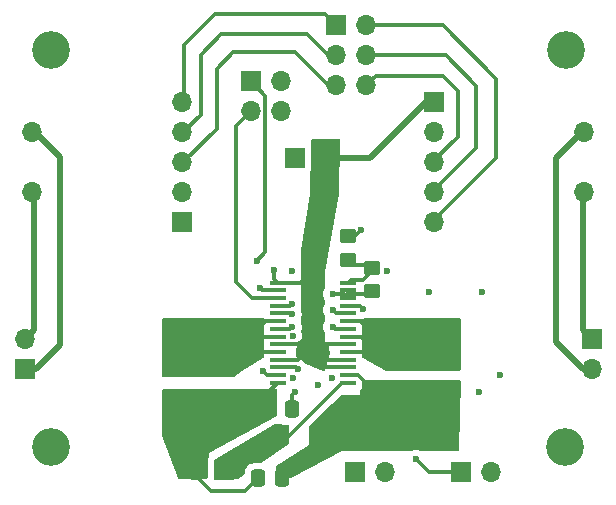
<source format=gbr>
%TF.GenerationSoftware,KiCad,Pcbnew,8.0.6-1.fc40*%
%TF.CreationDate,2024-12-02T14:58:13+01:00*%
%TF.ProjectId,PeltierDriver,50656c74-6965-4724-9472-697665722e6b,rev?*%
%TF.SameCoordinates,Original*%
%TF.FileFunction,Copper,L1,Top*%
%TF.FilePolarity,Positive*%
%FSLAX46Y46*%
G04 Gerber Fmt 4.6, Leading zero omitted, Abs format (unit mm)*
G04 Created by KiCad (PCBNEW 8.0.6-1.fc40) date 2024-12-02 14:58:13*
%MOMM*%
%LPD*%
G01*
G04 APERTURE LIST*
G04 Aperture macros list*
%AMRoundRect*
0 Rectangle with rounded corners*
0 $1 Rounding radius*
0 $2 $3 $4 $5 $6 $7 $8 $9 X,Y pos of 4 corners*
0 Add a 4 corners polygon primitive as box body*
4,1,4,$2,$3,$4,$5,$6,$7,$8,$9,$2,$3,0*
0 Add four circle primitives for the rounded corners*
1,1,$1+$1,$2,$3*
1,1,$1+$1,$4,$5*
1,1,$1+$1,$6,$7*
1,1,$1+$1,$8,$9*
0 Add four rect primitives between the rounded corners*
20,1,$1+$1,$2,$3,$4,$5,0*
20,1,$1+$1,$4,$5,$6,$7,0*
20,1,$1+$1,$6,$7,$8,$9,0*
20,1,$1+$1,$8,$9,$2,$3,0*%
G04 Aperture macros list end*
%TA.AperFunction,ComponentPad*%
%ADD10R,1.700000X1.700000*%
%TD*%
%TA.AperFunction,ComponentPad*%
%ADD11O,1.700000X1.700000*%
%TD*%
%TA.AperFunction,ComponentPad*%
%ADD12C,3.200000*%
%TD*%
%TA.AperFunction,SMDPad,CuDef*%
%ADD13R,1.475000X0.450000*%
%TD*%
%TA.AperFunction,SMDPad,CuDef*%
%ADD14RoundRect,0.250000X-0.337500X-0.475000X0.337500X-0.475000X0.337500X0.475000X-0.337500X0.475000X0*%
%TD*%
%TA.AperFunction,SMDPad,CuDef*%
%ADD15RoundRect,0.250000X0.450000X-0.350000X0.450000X0.350000X-0.450000X0.350000X-0.450000X-0.350000X0*%
%TD*%
%TA.AperFunction,SMDPad,CuDef*%
%ADD16R,5.100000X2.050000*%
%TD*%
%TA.AperFunction,SMDPad,CuDef*%
%ADD17RoundRect,0.250000X0.400000X0.625000X-0.400000X0.625000X-0.400000X-0.625000X0.400000X-0.625000X0*%
%TD*%
%TA.AperFunction,ViaPad*%
%ADD18C,0.600000*%
%TD*%
%TA.AperFunction,Conductor*%
%ADD19C,0.340000*%
%TD*%
%TA.AperFunction,Conductor*%
%ADD20C,0.520000*%
%TD*%
%TA.AperFunction,Conductor*%
%ADD21C,0.200000*%
%TD*%
G04 APERTURE END LIST*
D10*
%TO.P,VIBR1,1,VIN*%
%TO.N,PVDD1*%
X129050000Y-94430000D03*
D11*
%TO.P,VIBR1,2,GND*%
%TO.N,GND*%
X129050000Y-91890000D03*
%TO.P,VIBR1,3,SCL*%
%TO.N,VIBR1_SCL*%
X129050000Y-89350000D03*
%TO.P,VIBR1,4,SDA*%
%TO.N,VIBR1_SDA*%
X129050000Y-86810000D03*
%TO.P,VIBR1,5,INT*%
%TO.N,VIBR1_INT*%
X129050000Y-84270000D03*
%TO.P,VIBR1,6,OUT-*%
%TO.N,Net-(J2-Pin_2)*%
X116350000Y-91890000D03*
%TO.P,VIBR1,7,OUT+*%
%TO.N,Net-(J2-Pin_1)*%
X116350000Y-86810000D03*
%TD*%
D12*
%TO.P,REF\u002A\u002A,*%
%TO.N,*%
X117900000Y-79900000D03*
%TD*%
D13*
%TO.P,IC1,1,VDD*%
%TO.N,PVDD1*%
X137162000Y-99575000D03*
%TO.P,IC1,2,GND*%
%TO.N,GND*%
X137162000Y-100225000D03*
%TO.P,IC1,3,CTLI*%
%TO.N,TEMP_IN*%
X137162000Y-100875000D03*
%TO.P,IC1,4,REF*%
%TO.N,REF*%
X137162000Y-101525000D03*
%TO.P,IC1,5,PGND2_1*%
%TO.N,GND*%
X137162000Y-102175000D03*
%TO.P,IC1,6,LX2_1*%
%TO.N,/LX2*%
X137162000Y-102825000D03*
%TO.P,IC1,7,PGND2_2*%
%TO.N,GND*%
X137162000Y-103475000D03*
%TO.P,IC1,8,LX2_2*%
%TO.N,/LX2*%
X137162000Y-104125000D03*
%TO.P,IC1,9,PVDD2_1*%
%TO.N,PVDD1*%
X137162000Y-104775000D03*
%TO.P,IC1,10,LX2_3*%
%TO.N,/LX2*%
X137162000Y-105425000D03*
%TO.P,IC1,11,PVDD2_2*%
%TO.N,PVDD1*%
X137162000Y-106075000D03*
%TO.P,IC1,12,FREQ*%
%TO.N,GND*%
X137162000Y-106725000D03*
%TO.P,IC1,13,ITEC*%
%TO.N,ITEC_OUT*%
X137162000Y-107375000D03*
%TO.P,IC1,14,OS2*%
%TO.N,/OS2*%
X137162000Y-108025000D03*
%TO.P,IC1,15,OS1*%
%TO.N,/OS1*%
X143038000Y-108025000D03*
%TO.P,IC1,16,CS*%
%TO.N,/CS*%
X143038000Y-107375000D03*
%TO.P,IC1,17,~{SHDN}*%
%TO.N,PVDD1*%
X143038000Y-106725000D03*
%TO.P,IC1,18,PVDD1_1*%
X143038000Y-106075000D03*
%TO.P,IC1,19,LX1_1*%
%TO.N,/LX1*%
X143038000Y-105425000D03*
%TO.P,IC1,20,PVDD1_2*%
%TO.N,PVDD1*%
X143038000Y-104775000D03*
%TO.P,IC1,21,LX1_2*%
%TO.N,/LX1*%
X143038000Y-104125000D03*
%TO.P,IC1,22,PGND1_1*%
%TO.N,GND*%
X143038000Y-103475000D03*
%TO.P,IC1,23,LX1_3*%
%TO.N,/LX1*%
X143038000Y-102825000D03*
%TO.P,IC1,24,PGND1_2*%
%TO.N,GND*%
X143038000Y-102175000D03*
%TO.P,IC1,25,COMP*%
%TO.N,COMP*%
X143038000Y-101525000D03*
%TO.P,IC1,26,MAXIN*%
%TO.N,REF*%
X143038000Y-100875000D03*
%TO.P,IC1,27,MAXIP*%
X143038000Y-100225000D03*
%TO.P,IC1,28,MAXV*%
%TO.N,MAXV*%
X143038000Y-99575000D03*
%TD*%
D14*
%TO.P,C8,1*%
%TO.N,/OS2*%
X135412500Y-116100000D03*
%TO.P,C8,2*%
%TO.N,/CS*%
X137487500Y-116100000D03*
%TD*%
D10*
%TO.P,J2,1,Pin_1*%
%TO.N,Net-(J2-Pin_1)*%
X115700000Y-106875000D03*
D11*
%TO.P,J2,2,Pin_2*%
%TO.N,Net-(J2-Pin_2)*%
X115700000Y-104335000D03*
%TD*%
D15*
%TO.P,R1,1*%
%TO.N,REF*%
X145100000Y-100300000D03*
%TO.P,R1,2*%
%TO.N,MAXV*%
X145100000Y-98300000D03*
%TD*%
D10*
%TO.P,Flex1,1*%
%TO.N,PVDD1*%
X152675000Y-115600000D03*
D11*
%TO.P,Flex1,2*%
%TO.N,Net-(U1A-+)*%
X155215000Y-115600000D03*
%TD*%
D10*
%TO.P,TH1,1*%
%TO.N,GND*%
X143675000Y-115600000D03*
D11*
%TO.P,TH1,2*%
%TO.N,Net-(U1B-+)*%
X146215000Y-115600000D03*
%TD*%
D10*
%TO.P,J4,1,Pin_1*%
%TO.N,ITEC_OUT*%
X134825000Y-82525000D03*
D11*
%TO.P,J4,2,Pin_2*%
%TO.N,FLEX_OUT*%
X137365000Y-82525000D03*
%TO.P,J4,3,Pin_3*%
%TO.N,TEMP_IN*%
X134825000Y-85065000D03*
%TO.P,J4,4,Pin_4*%
%TO.N,TEMP_OUT*%
X137365000Y-85065000D03*
%TD*%
D16*
%TO.P,L2,1,1*%
%TO.N,/LX2*%
X130788000Y-105850000D03*
%TO.P,L2,2,2*%
%TO.N,/OS2*%
X130788000Y-110200000D03*
%TD*%
D14*
%TO.P,C7,1*%
%TO.N,/OS2*%
X136250500Y-110275000D03*
%TO.P,C7,2*%
%TO.N,GND*%
X138325500Y-110275000D03*
%TD*%
D10*
%TO.P,J6,1,Pin_1*%
%TO.N,VIBR1_INT*%
X142075000Y-77775000D03*
D11*
%TO.P,J6,2,Pin_2*%
%TO.N,VIBR2_INT*%
X144615000Y-77775000D03*
%TO.P,J6,3,Pin_3*%
%TO.N,VIBR1_SDA*%
X142075000Y-80315000D03*
%TO.P,J6,4,Pin_4*%
%TO.N,VIBR2_SDA*%
X144615000Y-80315000D03*
%TO.P,J6,5,Pin_5*%
%TO.N,VIBR1_SCL*%
X142075000Y-82855000D03*
%TO.P,J6,6,Pin_6*%
%TO.N,VIBR2_SCL*%
X144615000Y-82855000D03*
%TD*%
D10*
%TO.P,PE1,1*%
%TO.N,/OS1*%
X132575000Y-115400000D03*
D11*
%TO.P,PE1,2*%
%TO.N,/OS2*%
X130035000Y-115400000D03*
%TD*%
D10*
%TO.P,VIBR2,1,VIN*%
%TO.N,PVDD1*%
X150350000Y-84270000D03*
D11*
%TO.P,VIBR2,2,GND*%
%TO.N,GND*%
X150350000Y-86810000D03*
%TO.P,VIBR2,3,SCL*%
%TO.N,VIBR2_SCL*%
X150350000Y-89350000D03*
%TO.P,VIBR2,4,SDA*%
%TO.N,VIBR2_SDA*%
X150350000Y-91890000D03*
%TO.P,VIBR2,5,INT*%
%TO.N,VIBR2_INT*%
X150350000Y-94430000D03*
%TO.P,VIBR2,6,OUT-*%
%TO.N,Net-(J3-Pin_2)*%
X163050000Y-86810000D03*
%TO.P,VIBR2,7,OUT+*%
%TO.N,Net-(J3-Pin_1)*%
X163050000Y-91890000D03*
%TD*%
D10*
%TO.P,J1,1,Pin_1*%
%TO.N,GND*%
X138575000Y-89050000D03*
D11*
%TO.P,J1,2,Pin_2*%
%TO.N,PVDD1*%
X141115000Y-89050000D03*
%TD*%
D17*
%TO.P,R3,1*%
%TO.N,/CS*%
X140450000Y-112550000D03*
%TO.P,R3,2*%
%TO.N,/OS1*%
X137350000Y-112550000D03*
%TD*%
D15*
%TO.P,R2,1*%
%TO.N,MAXV*%
X143086863Y-97639693D03*
%TO.P,R2,2*%
%TO.N,GND*%
X143086863Y-95639693D03*
%TD*%
D10*
%TO.P,J3,1,Pin_1*%
%TO.N,Net-(J3-Pin_1)*%
X163700000Y-104325000D03*
D11*
%TO.P,J3,2,Pin_2*%
%TO.N,Net-(J3-Pin_2)*%
X163700000Y-106865000D03*
%TD*%
D12*
%TO.P,REF\u002A\u002A,*%
%TO.N,*%
X161450000Y-113500000D03*
%TD*%
%TO.P,REF\u002A\u002A,*%
%TO.N,*%
X117900000Y-113500000D03*
%TD*%
D16*
%TO.P,L1,1,1*%
%TO.N,/LX1*%
X149100000Y-105375000D03*
%TO.P,L1,2,2*%
%TO.N,/CS*%
X149100000Y-109725000D03*
%TD*%
D12*
%TO.P,REF\u002A\u002A,*%
%TO.N,*%
X161500000Y-79900000D03*
%TD*%
D18*
%TO.N,PVDD1*%
X148851238Y-114501238D03*
X141300000Y-105500000D03*
X136800000Y-98500000D03*
X138900000Y-105400000D03*
%TO.N,GND*%
X138399502Y-104105000D03*
X138600000Y-108800000D03*
X144200000Y-95100000D03*
X141770000Y-101850000D03*
X141700000Y-107600000D03*
X146350000Y-98550000D03*
X149950000Y-100350000D03*
X154200000Y-108850000D03*
X140500000Y-108200000D03*
X135600000Y-100050000D03*
X138450000Y-107600000D03*
X138344511Y-102199317D03*
X154450000Y-100350000D03*
X138822257Y-106877902D03*
X138350000Y-103300000D03*
X138300000Y-98600000D03*
X155975002Y-107350000D03*
X141770000Y-103300000D03*
%TO.N,REF*%
X141770000Y-100550000D03*
X138315739Y-101377031D03*
%TO.N,COMP*%
X144350000Y-101800000D03*
%TO.N,ITEC_OUT*%
X135325000Y-97725000D03*
X135850000Y-107050000D03*
%TO.N,/CS*%
X141500000Y-110600000D03*
%TD*%
D19*
%TO.N,PVDD1*%
X138875000Y-104775000D02*
X139100000Y-104550000D01*
X140775000Y-106725000D02*
X140600000Y-106550000D01*
X139075000Y-99575000D02*
X139100000Y-99550000D01*
X140825000Y-104775000D02*
X140600000Y-104550000D01*
X140875000Y-106075000D02*
X140600000Y-105800000D01*
D20*
X141115000Y-89050000D02*
X144950000Y-89050000D01*
D19*
X137162000Y-99575000D02*
X139075000Y-99575000D01*
X149950000Y-115600000D02*
X152675000Y-115600000D01*
X136800000Y-99213000D02*
X137162000Y-99575000D01*
X143038000Y-104775000D02*
X140825000Y-104775000D01*
X143038000Y-106725000D02*
X140775000Y-106725000D01*
X143038000Y-106075000D02*
X140875000Y-106075000D01*
X138825000Y-106075000D02*
X139100000Y-105800000D01*
X137162000Y-106075000D02*
X138825000Y-106075000D01*
D20*
X149780000Y-84220000D02*
X150250000Y-84220000D01*
D19*
X137162000Y-104775000D02*
X138875000Y-104775000D01*
D20*
X144950000Y-89050000D02*
X149780000Y-84220000D01*
D19*
X136800000Y-98500000D02*
X136800000Y-99213000D01*
X148851238Y-114501238D02*
X149950000Y-115600000D01*
%TO.N,GND*%
X141770000Y-101850000D02*
X142095000Y-102175000D01*
X135775000Y-100225000D02*
X137162000Y-100225000D01*
X138320194Y-102175000D02*
X137162000Y-102175000D01*
X138175000Y-103475000D02*
X137162000Y-103475000D01*
X142095000Y-102175000D02*
X143038000Y-102175000D01*
X138325500Y-109074500D02*
X138600000Y-108800000D01*
X138325500Y-110275000D02*
X138325500Y-109074500D01*
X141945000Y-103475000D02*
X143038000Y-103475000D01*
X138344511Y-102199317D02*
X138320194Y-102175000D01*
X138669355Y-106725000D02*
X137162000Y-106725000D01*
X138822257Y-106877902D02*
X138669355Y-106725000D01*
X141770000Y-103300000D02*
X141945000Y-103475000D01*
X135775000Y-100225000D02*
X135600000Y-100050000D01*
X143660307Y-95639693D02*
X144200000Y-95100000D01*
X138350000Y-103300000D02*
X138175000Y-103475000D01*
X143086863Y-95639693D02*
X143660307Y-95639693D01*
%TO.N,REF*%
X143038000Y-100875000D02*
X143038000Y-100225000D01*
X138167770Y-101525000D02*
X137162000Y-101525000D01*
X143363000Y-100550000D02*
X143038000Y-100875000D01*
X141770000Y-100550000D02*
X142713000Y-100550000D01*
X142713000Y-100550000D02*
X143038000Y-100875000D01*
X138315739Y-101377031D02*
X138167770Y-101525000D01*
X145100000Y-100550000D02*
X143363000Y-100550000D01*
%TO.N,COMP*%
X143038000Y-101525000D02*
X144075000Y-101525000D01*
X144075000Y-101525000D02*
X144350000Y-101800000D01*
%TO.N,/LX2*%
X136175000Y-104125000D02*
X136171497Y-104128503D01*
X137162000Y-104125000D02*
X136175000Y-104125000D01*
X135876654Y-105425000D02*
X135872058Y-105420404D01*
X137162000Y-105425000D02*
X135876654Y-105425000D01*
X136171497Y-104128503D02*
X135872058Y-104128503D01*
X136075000Y-102825000D02*
X135850000Y-103050000D01*
X137162000Y-102825000D02*
X136075000Y-102825000D01*
%TO.N,MAXV*%
X144350000Y-99300000D02*
X143313000Y-99300000D01*
X145100000Y-98550000D02*
X144350000Y-99300000D01*
X143313000Y-99300000D02*
X143038000Y-99575000D01*
X144600000Y-98050000D02*
X143497170Y-98050000D01*
X145100000Y-98550000D02*
X144600000Y-98050000D01*
D21*
X142588000Y-99575000D02*
X143038000Y-99575000D01*
D19*
X143497170Y-98050000D02*
X143086863Y-97639693D01*
%TO.N,TEMP_IN*%
X134825000Y-85065000D02*
X133600000Y-86290000D01*
X134925000Y-100875000D02*
X133600000Y-99550000D01*
X133600000Y-87300000D02*
X133600000Y-99300000D01*
X133600000Y-99550000D02*
X133600000Y-99300000D01*
X133600000Y-86290000D02*
X133600000Y-87300000D01*
X137162000Y-100875000D02*
X134925000Y-100875000D01*
%TO.N,ITEC_OUT*%
X136045000Y-97005000D02*
X136045000Y-83745000D01*
X136045000Y-83745000D02*
X134825000Y-82525000D01*
X136175000Y-107375000D02*
X137162000Y-107375000D01*
X135325000Y-97725000D02*
X136045000Y-97005000D01*
X135850000Y-107050000D02*
X136175000Y-107375000D01*
%TO.N,/LX1*%
X144125000Y-102825000D02*
X144350000Y-103050000D01*
X143038000Y-104125000D02*
X144175000Y-104125000D01*
X144175000Y-104125000D02*
X144350000Y-104300000D01*
X143038000Y-105425000D02*
X144225000Y-105425000D01*
X143038000Y-102825000D02*
X144125000Y-102825000D01*
X144225000Y-105425000D02*
X144350000Y-105550000D01*
%TO.N,/OS2*%
X136250500Y-108899500D02*
X136250500Y-110275000D01*
X137125000Y-108025000D02*
X136250500Y-108899500D01*
X130035000Y-115735000D02*
X131500000Y-117200000D01*
X137162000Y-108025000D02*
X137125000Y-108025000D01*
X131500000Y-117200000D02*
X134312500Y-117200000D01*
X134312500Y-117200000D02*
X135412500Y-116100000D01*
X130035000Y-115400000D02*
X130035000Y-115735000D01*
%TO.N,/OS1*%
X138040750Y-112550000D02*
X137350000Y-112550000D01*
X142565750Y-108025000D02*
X138040750Y-112550000D01*
X143038000Y-108025000D02*
X142825000Y-108025000D01*
X143038000Y-108025000D02*
X142565750Y-108025000D01*
%TO.N,/CS*%
X143038000Y-107375000D02*
X143925000Y-107375000D01*
X143925000Y-107375000D02*
X144600000Y-108050000D01*
D20*
%TO.N,Net-(J2-Pin_2)*%
X116500000Y-103535000D02*
X115700000Y-104335000D01*
X116500000Y-91840000D02*
X116500000Y-103535000D01*
%TO.N,Net-(J2-Pin_1)*%
X116675000Y-106875000D02*
X115700000Y-106875000D01*
X118700000Y-88960000D02*
X118700000Y-104850000D01*
X118700000Y-104850000D02*
X116675000Y-106875000D01*
X116500000Y-86760000D02*
X118700000Y-88960000D01*
%TO.N,Net-(J3-Pin_2)*%
X162965000Y-106865000D02*
X163700000Y-106865000D01*
X162950000Y-86760000D02*
X160700000Y-89010000D01*
X160700000Y-104600000D02*
X162965000Y-106865000D01*
X160700000Y-89010000D02*
X160700000Y-104600000D01*
%TO.N,Net-(J3-Pin_1)*%
X162950000Y-103575000D02*
X163700000Y-104325000D01*
X162950000Y-91840000D02*
X162950000Y-103575000D01*
D19*
%TO.N,VIBR1_INT*%
X142075000Y-77775000D02*
X141100000Y-76800000D01*
X129200000Y-79450000D02*
X129200000Y-84220000D01*
X131850000Y-76800000D02*
X129200000Y-79450000D01*
X141100000Y-76800000D02*
X131850000Y-76800000D01*
%TO.N,VIBR2_SDA*%
X151350000Y-80300000D02*
X153950000Y-82900000D01*
X144600000Y-80300000D02*
X151350000Y-80300000D01*
X153950000Y-82900000D02*
X153950000Y-88140000D01*
X144615000Y-80315000D02*
X144600000Y-80300000D01*
X153950000Y-88140000D02*
X150250000Y-91840000D01*
%TO.N,VIBR1_SDA*%
X130600000Y-80300000D02*
X130600000Y-85360000D01*
X141365000Y-80315000D02*
X139600000Y-78550000D01*
X142075000Y-80315000D02*
X141365000Y-80315000D01*
X132350000Y-78550000D02*
X130600000Y-80300000D01*
X130600000Y-85360000D02*
X129200000Y-86760000D01*
X139600000Y-78550000D02*
X132350000Y-78550000D01*
%TO.N,VIBR1_SCL*%
X131950000Y-86550000D02*
X129200000Y-89300000D01*
X133350000Y-80050000D02*
X131950000Y-81450000D01*
X131950000Y-81450000D02*
X131950000Y-86550000D01*
X141405000Y-82855000D02*
X138600000Y-80050000D01*
X138600000Y-80050000D02*
X133350000Y-80050000D01*
X142075000Y-82855000D02*
X141405000Y-82855000D01*
%TO.N,VIBR2_INT*%
X144615000Y-77775000D02*
X151075000Y-77775000D01*
X151075000Y-77775000D02*
X155600000Y-82300000D01*
X155600000Y-89030000D02*
X150250000Y-94380000D01*
X155600000Y-82300000D02*
X155600000Y-89030000D01*
%TO.N,VIBR2_SCL*%
X150300000Y-89300000D02*
X150250000Y-89300000D01*
X152350000Y-87250000D02*
X150300000Y-89300000D01*
X152350000Y-83300000D02*
X152350000Y-87250000D01*
X144615000Y-82855000D02*
X145420000Y-82050000D01*
X145420000Y-82050000D02*
X151100000Y-82050000D01*
X151100000Y-82050000D02*
X152350000Y-83300000D01*
%TD*%
%TA.AperFunction,Conductor*%
%TO.N,/LX1*%
G36*
X152543039Y-102569685D02*
G01*
X152588794Y-102622489D01*
X152600000Y-102674000D01*
X152600000Y-106926000D01*
X152580315Y-106993039D01*
X152527511Y-107038794D01*
X152476000Y-107050000D01*
X146382131Y-107050000D01*
X146321911Y-107034395D01*
X144339779Y-105933210D01*
X144290736Y-105883446D01*
X144275999Y-105824815D01*
X144275999Y-105802129D01*
X144275998Y-105802123D01*
X144269591Y-105742516D01*
X144219297Y-105607671D01*
X144219295Y-105607668D01*
X144138178Y-105499309D01*
X144113761Y-105433848D01*
X144128612Y-105365574D01*
X144138173Y-105350696D01*
X144219296Y-105242331D01*
X144269591Y-105107483D01*
X144276000Y-105047873D01*
X144275999Y-104502128D01*
X144269591Y-104442517D01*
X144219296Y-104307669D01*
X144138178Y-104199309D01*
X144113761Y-104133848D01*
X144128612Y-104065574D01*
X144138173Y-104050696D01*
X144219296Y-103942331D01*
X144269591Y-103807483D01*
X144276000Y-103747873D01*
X144275999Y-103202128D01*
X144269591Y-103142517D01*
X144219296Y-103007669D01*
X144138178Y-102899309D01*
X144113761Y-102833848D01*
X144128612Y-102765574D01*
X144138179Y-102750689D01*
X144212279Y-102651705D01*
X144268213Y-102609834D01*
X144325429Y-102602796D01*
X144350000Y-102605565D01*
X144350001Y-102605564D01*
X144350002Y-102605565D01*
X144350003Y-102605565D01*
X144529249Y-102585369D01*
X144529252Y-102585368D01*
X144529255Y-102585368D01*
X144610446Y-102556957D01*
X144651401Y-102550000D01*
X152476000Y-102550000D01*
X152543039Y-102569685D01*
G37*
%TD.AperFunction*%
%TD*%
%TA.AperFunction,Conductor*%
%TO.N,/OS2*%
G36*
X137043039Y-108569685D02*
G01*
X137088794Y-108622489D01*
X137100000Y-108674000D01*
X137100000Y-110726792D01*
X137080315Y-110793831D01*
X137035902Y-110835364D01*
X131300000Y-114000000D01*
X131300000Y-114241598D01*
X131284832Y-114301026D01*
X131281202Y-114307672D01*
X131230909Y-114442515D01*
X131230908Y-114442523D01*
X131226637Y-114482242D01*
X131222326Y-114503914D01*
X131214982Y-114528928D01*
X131214975Y-114528953D01*
X131194500Y-114671369D01*
X131194500Y-116076000D01*
X131174815Y-116143039D01*
X131122011Y-116188794D01*
X131070500Y-116200000D01*
X128786347Y-116200000D01*
X128719308Y-116180315D01*
X128673553Y-116127511D01*
X128670047Y-116119015D01*
X127357700Y-112570818D01*
X127350000Y-112527803D01*
X127350000Y-108674000D01*
X127369685Y-108606961D01*
X127422489Y-108561206D01*
X127474000Y-108550000D01*
X136976000Y-108550000D01*
X137043039Y-108569685D01*
G37*
%TD.AperFunction*%
%TD*%
%TA.AperFunction,Conductor*%
%TO.N,PVDD1*%
G36*
X142368379Y-87423390D02*
G01*
X142414134Y-87476194D01*
X142425323Y-87529771D01*
X142350172Y-92039658D01*
X142348116Y-92060171D01*
X141126602Y-98656352D01*
X141100000Y-98800001D01*
X141100000Y-100075965D01*
X141080994Y-100141936D01*
X141044213Y-100200472D01*
X141044209Y-100200481D01*
X140984633Y-100370737D01*
X140984630Y-100370750D01*
X140964435Y-100549996D01*
X140964435Y-100550003D01*
X140984630Y-100729249D01*
X140984631Y-100729254D01*
X141044211Y-100899524D01*
X141080993Y-100958060D01*
X141100000Y-101024033D01*
X141100000Y-101375965D01*
X141080994Y-101441936D01*
X141044213Y-101500472D01*
X141044209Y-101500481D01*
X140984633Y-101670737D01*
X140984630Y-101670750D01*
X140964435Y-101849996D01*
X140964435Y-101850003D01*
X140984630Y-102029249D01*
X140984631Y-102029254D01*
X141044211Y-102199524D01*
X141080993Y-102258060D01*
X141100000Y-102324033D01*
X141100000Y-102825965D01*
X141080994Y-102891936D01*
X141044213Y-102950472D01*
X141044209Y-102950481D01*
X140984633Y-103120737D01*
X140984630Y-103120750D01*
X140964435Y-103299996D01*
X140964435Y-103300003D01*
X140984630Y-103479249D01*
X140984631Y-103479254D01*
X141044211Y-103649524D01*
X141080993Y-103708060D01*
X141100000Y-103774033D01*
X141100000Y-104550000D01*
X141472828Y-105016035D01*
X141499336Y-105080681D01*
X141500000Y-105093497D01*
X141500000Y-105780642D01*
X141494101Y-105818434D01*
X141139693Y-106925957D01*
X141100512Y-106983808D01*
X141036276Y-107011293D01*
X140978053Y-107004270D01*
X139537613Y-106464104D01*
X139481753Y-106422133D01*
X139476159Y-106413972D01*
X139452074Y-106375641D01*
X139324519Y-106248086D01*
X139171780Y-106152113D01*
X139001511Y-106092533D01*
X139001507Y-106092532D01*
X138978267Y-106089914D01*
X138913853Y-106062846D01*
X138895328Y-106044160D01*
X138727172Y-105833965D01*
X138700664Y-105769319D01*
X138700000Y-105756503D01*
X138700000Y-105093497D01*
X138719685Y-105026458D01*
X138727172Y-105016035D01*
X139100000Y-104550000D01*
X139100000Y-104530496D01*
X139119008Y-104464521D01*
X139123430Y-104457483D01*
X139125291Y-104454522D01*
X139184870Y-104284255D01*
X139205067Y-104105000D01*
X139204175Y-104097086D01*
X139184871Y-103925750D01*
X139184870Y-103925745D01*
X139138281Y-103792601D01*
X139125291Y-103755478D01*
X139119006Y-103745475D01*
X139100000Y-103679503D01*
X139100000Y-103601397D01*
X139106959Y-103560442D01*
X139113749Y-103541038D01*
X139135368Y-103479255D01*
X139143288Y-103408962D01*
X139155565Y-103300003D01*
X139155565Y-103299996D01*
X139135369Y-103120750D01*
X139135367Y-103120742D01*
X139106958Y-103039552D01*
X139100000Y-102998598D01*
X139100000Y-102485028D01*
X139106959Y-102444073D01*
X139129878Y-102378574D01*
X139129879Y-102378572D01*
X139138260Y-102304189D01*
X139150076Y-102199320D01*
X139150076Y-102199313D01*
X139130915Y-102029255D01*
X139129879Y-102020062D01*
X139116948Y-101983109D01*
X139106958Y-101954556D01*
X139100000Y-101913602D01*
X139100000Y-101573070D01*
X139100780Y-101559186D01*
X139121304Y-101377033D01*
X139121304Y-101377027D01*
X139100780Y-101194868D01*
X139100000Y-101180985D01*
X139100000Y-98656352D01*
X139100780Y-98642468D01*
X139105565Y-98600002D01*
X139105565Y-98599998D01*
X139100780Y-98557531D01*
X139100000Y-98543647D01*
X139100000Y-96809731D01*
X139101517Y-96790392D01*
X139850000Y-92050000D01*
X139882041Y-90127162D01*
X139889839Y-90085910D01*
X139919091Y-90007483D01*
X139925500Y-89947873D01*
X139925499Y-88152128D01*
X139919091Y-88092517D01*
X139919089Y-88092513D01*
X139918261Y-88084805D01*
X139918593Y-88084769D01*
X139916411Y-88064596D01*
X139925392Y-87525638D01*
X139946191Y-87458937D01*
X139999750Y-87414068D01*
X140049375Y-87403705D01*
X142301340Y-87403705D01*
X142368379Y-87423390D01*
G37*
%TD.AperFunction*%
%TD*%
%TA.AperFunction,Conductor*%
%TO.N,/LX2*%
G36*
X135927210Y-102569685D02*
G01*
X135972965Y-102622489D01*
X135976353Y-102630666D01*
X135980703Y-102642329D01*
X135980703Y-102642330D01*
X136061821Y-102750689D01*
X136086238Y-102816153D01*
X136071387Y-102884426D01*
X136061821Y-102899311D01*
X135980703Y-103007669D01*
X135980702Y-103007671D01*
X135930410Y-103142513D01*
X135930409Y-103142517D01*
X135924000Y-103202127D01*
X135924000Y-103202134D01*
X135924000Y-103202135D01*
X135924000Y-103747870D01*
X135924001Y-103747876D01*
X135930408Y-103807483D01*
X135980702Y-103942328D01*
X135980703Y-103942330D01*
X136061821Y-104050689D01*
X136086238Y-104116153D01*
X136071387Y-104184426D01*
X136061821Y-104199311D01*
X135980703Y-104307669D01*
X135980702Y-104307671D01*
X135930410Y-104442513D01*
X135930409Y-104442517D01*
X135924000Y-104502127D01*
X135924000Y-104502134D01*
X135924000Y-104502135D01*
X135924000Y-105047870D01*
X135924001Y-105047876D01*
X135930408Y-105107483D01*
X135980702Y-105242328D01*
X135980703Y-105242330D01*
X136061821Y-105350689D01*
X136086238Y-105416153D01*
X136071387Y-105484426D01*
X136061821Y-105499311D01*
X135980703Y-105607669D01*
X135980702Y-105607671D01*
X135930408Y-105742517D01*
X135924001Y-105802116D01*
X135924000Y-105802135D01*
X135924000Y-105843930D01*
X135904315Y-105910969D01*
X135866573Y-105948544D01*
X134090780Y-107078594D01*
X133463912Y-107477511D01*
X133380464Y-107530614D01*
X133313891Y-107550000D01*
X127474000Y-107550000D01*
X127406961Y-107530315D01*
X127361206Y-107477511D01*
X127350000Y-107426000D01*
X127350000Y-102674000D01*
X127369685Y-102606961D01*
X127422489Y-102561206D01*
X127474000Y-102550000D01*
X135860171Y-102550000D01*
X135927210Y-102569685D01*
G37*
%TD.AperFunction*%
%TD*%
%TA.AperFunction,Conductor*%
%TO.N,/CS*%
G36*
X142600000Y-113800000D02*
G01*
X142599999Y-113800000D01*
X138226989Y-116085892D01*
X138169545Y-116100000D01*
X137074000Y-116100000D01*
X137006961Y-116080315D01*
X136961206Y-116027511D01*
X136950000Y-115976000D01*
X136950000Y-115167697D01*
X136969685Y-115100658D01*
X137006943Y-115063393D01*
X139750000Y-113300000D01*
X139750000Y-111840342D01*
X139769685Y-111773303D01*
X139786319Y-111752661D01*
X140738972Y-110800008D01*
X141693129Y-109845850D01*
X141699009Y-109840342D01*
X142564909Y-109080782D01*
X142600000Y-109064498D01*
X142600000Y-113800000D01*
G37*
%TD.AperFunction*%
%TD*%
%TA.AperFunction,Conductor*%
%TO.N,/CS*%
G36*
X152540955Y-107819685D02*
G01*
X152586710Y-107872489D01*
X152597899Y-107926066D01*
X152502032Y-113678066D01*
X152481233Y-113744769D01*
X152427674Y-113789637D01*
X152378049Y-113800000D01*
X149275557Y-113800000D01*
X149209587Y-113780995D01*
X149200758Y-113775447D01*
X149030500Y-113715871D01*
X149030487Y-113715868D01*
X148851242Y-113695673D01*
X148851234Y-113695673D01*
X148671988Y-113715868D01*
X148671975Y-113715871D01*
X148501717Y-113775447D01*
X148492889Y-113780995D01*
X148426919Y-113800000D01*
X142600000Y-113800000D01*
X142600000Y-109064497D01*
X142628286Y-109051372D01*
X142646678Y-109050000D01*
X144100000Y-109050000D01*
X144100000Y-108691954D01*
X144119685Y-108624915D01*
X144127874Y-108614753D01*
X144127731Y-108614646D01*
X144133046Y-108607546D01*
X144219296Y-108492331D01*
X144269591Y-108357483D01*
X144276000Y-108297873D01*
X144275999Y-107923998D01*
X144295683Y-107856961D01*
X144348487Y-107811206D01*
X144399999Y-107800000D01*
X152473916Y-107800000D01*
X152540955Y-107819685D01*
G37*
%TD.AperFunction*%
%TD*%
%TA.AperFunction,Conductor*%
%TO.N,/OS1*%
G36*
X137981388Y-111594842D02*
G01*
X138047507Y-111617420D01*
X138090925Y-111672162D01*
X138100000Y-111718725D01*
X138100000Y-113134465D01*
X138080315Y-113201504D01*
X138045854Y-113236917D01*
X135675669Y-114852952D01*
X135609190Y-114874454D01*
X135605815Y-114874500D01*
X135024998Y-114874500D01*
X135024980Y-114874501D01*
X134922203Y-114885000D01*
X134922200Y-114885001D01*
X134755668Y-114940185D01*
X134755663Y-114940187D01*
X134606342Y-115032289D01*
X134482289Y-115156342D01*
X134390187Y-115305663D01*
X134390186Y-115305666D01*
X134335001Y-115472203D01*
X134335001Y-115472204D01*
X134335000Y-115472204D01*
X134324500Y-115574983D01*
X134324500Y-115708669D01*
X134304815Y-115775708D01*
X134270354Y-115811121D01*
X133728821Y-116180349D01*
X133665159Y-116201742D01*
X131830192Y-116293490D01*
X131762253Y-116277178D01*
X131713919Y-116226725D01*
X131700000Y-116169645D01*
X131700000Y-114671368D01*
X131719685Y-114604329D01*
X131761708Y-114564150D01*
X136918604Y-111568239D01*
X136986276Y-111551577D01*
X137981388Y-111594842D01*
G37*
%TD.AperFunction*%
%TD*%
M02*

</source>
